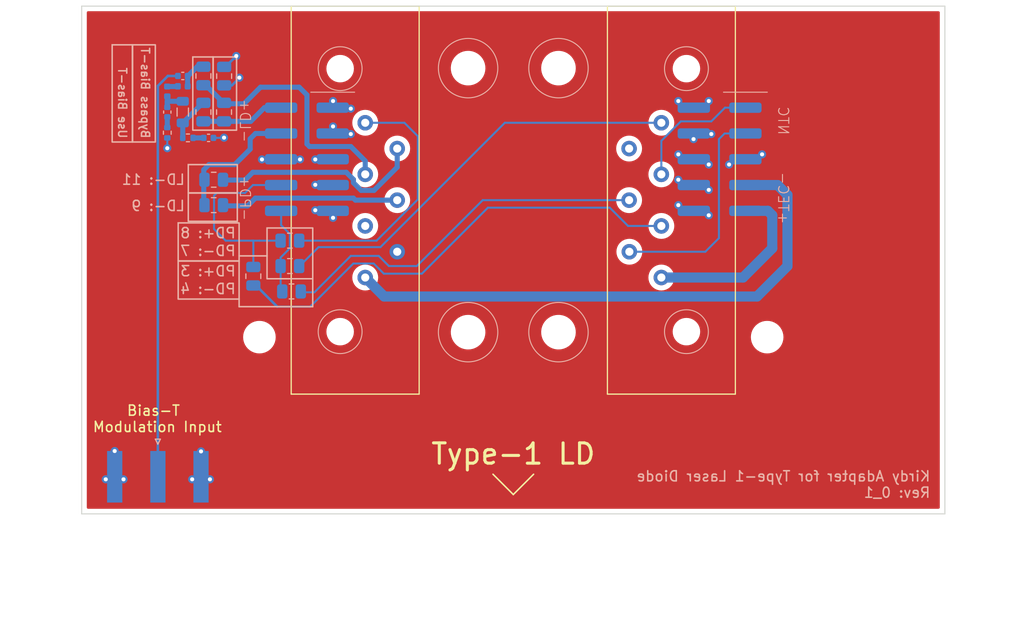
<source format=kicad_pcb>
(kicad_pcb (version 20221018) (generator pcbnew)

  (general
    (thickness 1.6)
  )

  (paper "A4")
  (layers
    (0 "F.Cu" signal)
    (31 "B.Cu" signal)
    (32 "B.Adhes" user "B.Adhesive")
    (33 "F.Adhes" user "F.Adhesive")
    (34 "B.Paste" user)
    (35 "F.Paste" user)
    (36 "B.SilkS" user "B.Silkscreen")
    (37 "F.SilkS" user "F.Silkscreen")
    (38 "B.Mask" user)
    (39 "F.Mask" user)
    (40 "Dwgs.User" user "User.Drawings")
    (41 "Cmts.User" user "User.Comments")
    (42 "Eco1.User" user "User.Eco1")
    (43 "Eco2.User" user "User.Eco2")
    (44 "Edge.Cuts" user)
    (45 "Margin" user)
    (46 "B.CrtYd" user "B.Courtyard")
    (47 "F.CrtYd" user "F.Courtyard")
    (48 "B.Fab" user)
    (49 "F.Fab" user)
    (50 "User.1" user)
    (51 "User.2" user)
    (52 "User.3" user)
    (53 "User.4" user)
    (54 "User.5" user)
    (55 "User.6" user)
    (56 "User.7" user)
    (57 "User.8" user)
    (58 "User.9" user)
  )

  (setup
    (stackup
      (layer "F.SilkS" (type "Top Silk Screen"))
      (layer "F.Paste" (type "Top Solder Paste"))
      (layer "F.Mask" (type "Top Solder Mask") (thickness 0.01))
      (layer "F.Cu" (type "copper") (thickness 0.035))
      (layer "dielectric 1" (type "core") (thickness 1.51) (material "FR4") (epsilon_r 4.5) (loss_tangent 0.02))
      (layer "B.Cu" (type "copper") (thickness 0.035))
      (layer "B.Mask" (type "Bottom Solder Mask") (thickness 0.01))
      (layer "B.Paste" (type "Bottom Solder Paste"))
      (layer "B.SilkS" (type "Bottom Silk Screen"))
      (copper_finish "None")
      (dielectric_constraints no)
    )
    (pad_to_mask_clearance 0)
    (pcbplotparams
      (layerselection 0x00010fc_ffffffff)
      (plot_on_all_layers_selection 0x0000000_00000000)
      (disableapertmacros false)
      (usegerberextensions true)
      (usegerberattributes true)
      (usegerberadvancedattributes true)
      (creategerberjobfile false)
      (dashed_line_dash_ratio 12.000000)
      (dashed_line_gap_ratio 3.000000)
      (svgprecision 6)
      (plotframeref false)
      (viasonmask false)
      (mode 1)
      (useauxorigin false)
      (hpglpennumber 1)
      (hpglpenspeed 20)
      (hpglpendiameter 15.000000)
      (dxfpolygonmode true)
      (dxfimperialunits true)
      (dxfusepcbnewfont true)
      (psnegative false)
      (psa4output false)
      (plotreference false)
      (plotvalue false)
      (plotinvisibletext false)
      (sketchpadsonfab false)
      (subtractmaskfromsilk true)
      (outputformat 1)
      (mirror false)
      (drillshape 0)
      (scaleselection 1)
      (outputdirectory "gerber/")
    )
  )

  (net 0 "")
  (net 1 "GND")
  (net 2 "Net-(J3-PD+)")
  (net 3 "Net-(J3-PD-)")
  (net 4 "/TEC+")
  (net 5 "/NTC+")
  (net 6 "unconnected-(J3-NC-Pad6)")
  (net 7 "Net-(J3-PD-*)")
  (net 8 "/NTC-")
  (net 9 "Net-(J3-PD+*)")
  (net 10 "Net-(J3-LD-*)")
  (net 11 "Net-(J3-LD-)")
  (net 12 "/LD+")
  (net 13 "unconnected-(J3-NC-Pad12)")
  (net 14 "/TEC-")
  (net 15 "/PD-")
  (net 16 "/PD+")
  (net 17 "/LD-")
  (net 18 "Net-(C2-Pad1)")
  (net 19 "/Mod_IN")
  (net 20 "/kirdy_LD+")
  (net 21 "Net-(C2-Pad2)")
  (net 22 "Net-(C5-Pad1)")
  (net 23 "Net-(L2-Pad2)")
  (net 24 "Net-(L3-Pad1)")
  (net 25 "Net-(C3-Pad1)")

  (footprint "laserSocket:Butterfly_Socket" (layer "F.Cu") (at 0 4.01 180))

  (footprint "MountingHole:MountingHole_2.7mm_M2.5" (layer "F.Cu") (at -25 17.5))

  (footprint "MountingHole:MountingHole_2.7mm_M2.5" (layer "F.Cu") (at 25 17.5))

  (footprint "Inductor_SMD:L_0402_1005Metric" (layer "B.Cu") (at -32.548 -7.2025 180))

  (footprint "Capacitor_SMD:C_0402_1005Metric" (layer "B.Cu") (at -34.072 -4.6625 -90))

  (footprint "Resistor_SMD:R_0805_2012Metric" (layer "B.Cu") (at -25.6 11.5 -90))

  (footprint "Inductor_SMD:L_0402_1005Metric" (layer "B.Cu") (at -34.072 -6.6945 -90))

  (footprint "Resistor_SMD:R_0805_2012Metric" (layer "B.Cu") (at -28.4734 -8.2042 -90))

  (footprint "Resistor_SMD:R_0805_2012Metric" (layer "B.Cu") (at -30.516 -8.2185 90))

  (footprint "Inductor_SMD:L_0805_2012Metric" (layer "B.Cu") (at -32.548 -4.6625 -90))

  (footprint "laserSocket:BG120-10-A-0-N-D" (layer "B.Cu") (at -20.3222 -0.0168 180))

  (footprint "laserSocket:BG120-10-A-0-N-D" (layer "B.Cu") (at 20.3178 -0.0168 180))

  (footprint "Resistor_SMD:R_0805_2012Metric" (layer "B.Cu") (at -29.5 4.5 180))

  (footprint "Resistor_SMD:R_0805_2012Metric" (layer "B.Cu") (at -22 8 180))

  (footprint "Resistor_SMD:R_0805_2012Metric" (layer "B.Cu") (at -29.5 2 180))

  (footprint "Capacitor_SMD:C_0402_1005Metric" (layer "B.Cu") (at -30.008 -2.1225))

  (footprint "Resistor_SMD:R_0805_2012Metric" (layer "B.Cu") (at -28.484 -4.6625 90))

  (footprint "Capacitor_SMD:C_0402_1005Metric" (layer "B.Cu") (at -32.548 -8.2185 180))

  (footprint "Connector_Coaxial:SMA_Amphenol_132289_EdgeMount" (layer "B.Cu") (at -35 31.25 -90))

  (footprint "Resistor_SMD:R_0402_1005Metric" (layer "B.Cu") (at -32.04 -2.1225))

  (footprint "Resistor_SMD:R_0402_1005Metric" (layer "B.Cu") (at -34.072 -2.6305 -90))

  (footprint "Resistor_SMD:R_0805_2012Metric" (layer "B.Cu") (at -22 10.5))

  (footprint "laserSocket:kirdy_socket" (layer "B.Cu") (at 0 0 180))

  (footprint "Resistor_SMD:R_0805_2012Metric" (layer "B.Cu") (at -21.8375 13))

  (footprint "Resistor_SMD:R_0805_2012Metric" (layer "B.Cu") (at -30.516 -4.6625 90))

  (gr_rect (start -37.5 -11.284) (end -35.25 -1.716)
    (stroke (width 0.15) (type default)) (fill none) (layer "B.SilkS") (tstamp 0ef91e2f-7d07-4eb4-8ed0-10c7fb144d6c))
  (gr_line (start -27 13.75) (end -27 14.5)
    (stroke (width 0.15) (type default)) (layer "B.SilkS") (tstamp 36d88f3e-2839-486f-900e-a0ab6901526d))
  (gr_rect (start -29.56 -10.0905) (end -27.25 -2.8821)
    (stroke (width 0.15) (type default)) (fill none) (layer "B.SilkS") (tstamp 402191f3-283b-481e-bedb-01fc3ef01cd4))
  (gr_line (start -27 9.5) (end -24.25 9.5)
    (stroke (width 0.15) (type default)) (layer "B.SilkS") (tstamp 44583d53-d6c5-4174-8bff-3682643b44b8))
  (gr_rect (start -33 10) (end -27 13.75)
    (stroke (width 0.15) (type default)) (fill none) (layer "B.SilkS") (tstamp 6005dff1-e18b-4fe2-9f3e-fdee4cc62578))
  (gr_rect (start -31.56 -10.0905) (end -29.56 -2.8821)
    (stroke (width 0.15) (type default)) (fill none) (layer "B.SilkS") (tstamp 6423e819-464c-4123-ac7f-ee0cef68da73))
  (gr_rect (start -24.25 6.75) (end -19.75 11.75)
    (stroke (width 0.15) (type default)) (fill none) (layer "B.SilkS") (tstamp 6de74a38-d69e-4e3b-9f19-9e5a6811e6db))
  (gr_rect (start -39.5 -11.284) (end -37.5 -1.716)
    (stroke (width 0.15) (type default)) (fill none) (layer "B.SilkS") (tstamp 8c2746d8-2581-4ca0-9193-3277a8e9a52e))
  (gr_line (start -19.75 11.75) (end -19.75 14.5)
    (stroke (width 0.15) (type default)) (layer "B.SilkS") (tstamp a32a1bfb-022c-4f63-aef9-9c0a658a4a82))
  (gr_rect (start -33 6.25) (end -27 10)
    (stroke (width 0.15) (type default)) (fill none) (layer "B.SilkS") (tstamp b5d9a385-3387-4a69-b362-da3a4fd6da62))
  (gr_rect (start -32.004 3.302) (end -27.178 6.096)
    (stroke (width 0.15) (type default)) (fill none) (layer "B.SilkS") (tstamp bd965ae7-57d4-477b-8862-5015b280e30a))
  (gr_line (start -27 14.5) (end -19.75 14.5)
    (stroke (width 0.15) (type default)) (layer "B.SilkS") (tstamp df2a32a5-0c76-4fdf-a1f1-d46f8f620326))
  (gr_rect (start -32.004 0.508) (end -27.178 3.302)
    (stroke (width 0.15) (type default)) (fill none) (layer "B.SilkS") (tstamp eb9d25d7-13e5-4f42-8abe-fe49d17497de))
  (gr_line (start 0 33) (end -2 31)
    (stroke (width 0.15) (type default)) (layer "F.SilkS") (tstamp 874923f9-a9f7-4958-996b-11a977ff4bfa))
  (gr_line (start 0 33) (end 2 31)
    (stroke (width 0.15) (type default)) (layer "F.SilkS") (tstamp ae60edff-7e7c-448e-b414-0dd5435511fc))
  (gr_line (start -42.5 34.9032) (end 42.5 34.9032)
    (stroke (width 0.1) (type default)) (layer "Edge.Cuts") (tstamp 5fc11ccb-206c-4a11-8cb3-f05fdf2365ed))
  (gr_line (start 42.5 -15.0968) (end -42.5 -15.0968)
    (stroke (width 0.1) (type default)) (layer "Edge.Cuts") (tstamp 96bb3b61-a8bd-4e6d-8c1c-2a91283c5af6))
  (gr_line (start -42.5 -15.0968) (end -42.5 34.9032)
    (stroke (width 0.1) (type default)) (layer "Edge.Cuts") (tstamp b269c852-4cfb-4fde-86c0-83d58bd7102b))
  (gr_line (start 42.5 34.9032) (end 42.5 -15.0968)
    (stroke (width 0.1) (type default)) (layer "Edge.Cuts") (tstamp b654c7e3-761e-4a6b-b332-c1b14e723831))
  (gr_text "PD+: 8" (at -27.25 7.25) (layer "B.SilkS") (tstamp 04c864d3-b770-478b-b591-c2f859564f89)
    (effects (font (size 1 1) (thickness 0.15)) (justify left mirror))
  )
  (gr_text "Bypass Bias-T" (at -36.25 -2 270) (layer "B.SilkS") (tstamp 0ad38507-6748-4bd5-90e6-04e1281b8513)
    (effects (font (size 0.8 0.8) (thickness 0.15)) (justify left mirror))
  )
  (gr_text "PD-: 4" (at -27.25 12.75) (layer "B.SilkS") (tstamp 1ede9fb9-2b80-4a70-95e6-8b1106e7b917)
    (effects (font (size 1 1) (thickness 0.15)) (justify left mirror))
  )
  (gr_text "Use Bias-T" (at -38.5 -2 270) (layer "B.SilkS") (tstamp 27273078-f90b-42d9-aa8d-6b3b1a0d97c4)
    (effects (font (size 0.8 0.8) (thickness 0.15)) (justify left mirror))
  )
  (gr_text "LD-: 9" (at -32.258 4.572) (layer "B.SilkS") (tstamp 4cc0ef08-f92c-4c13-bdf4-4ed9b0d668f1)
    (effects (font (size 1 1) (thickness 0.15)) (justify left mirror))
  )
  (gr_text "PD+: 3" (at -27.25 11) (layer "B.SilkS") (tstamp c5025ffb-4132-40ad-9ba2-5a426d255675)
    (effects (font (size 1 1) (thickness 0.15)) (justify left mirror))
  )
  (gr_text "Kirdy Adapter for Type-1 Laser Diode \nRev: 0_1" (at 41.148 32.004) (layer "B.SilkS") (tstamp d9185641-8167-4841-b540-088303848472)
    (effects (font (size 1 1) (thickness 0.15)) (justify left mirror))
  )
  (gr_text "PD-: 7" (at -27.25 9) (layer "B.SilkS") (tstamp e9305944-d283-4481-a373-483045d7de6d)
    (effects (font (size 1 1) (thickness 0.15)) (justify left mirror))
  )
  (gr_text "LD-: 11" (at -32.258 1.988) (layer "B.SilkS") (tstamp f8a1f124-6566-4a42-92b0-87395200e1f8)
    (effects (font (size 1 1) (thickness 0.15)) (justify left mirror))
  )
  (gr_text "Type-1 LD" (at 0 29) (layer "F.SilkS") (tstamp 6b833559-6474-4221-aa6a-78219e45b6af)
    (effects (font (size 2 2) (thickness 0.3)))
  )
  (gr_text "Bias-T \nModulation Input" (at -35.052 26.924) (layer "F.SilkS") (tstamp be63c161-af45-409b-ab6a-4332d46cf0d0)
    (effects (font (size 1 1) (thickness 0.15)) (justify bottom))
  )

  (via (at 17.75 -2) (size 0.8) (drill 0.4) (layers "F.Cu" "B.Cu") (free) (net 1) (tstamp 03699215-d9e6-4e60-a9f9-de9a96704cb6))
  (via (at -19.5 2.5) (size 0.8) (drill 0.4) (layers "F.Cu" "B.Cu") (free) (net 1) (tstamp 0b2eca09-aa36-4861-baa6-3f0fe3836af6))
  (via (at -31.623 31.5) (size 0.8) (drill 0.4) (layers "F.Cu" "B.Cu") (free) (net 1) (tstamp 0d5de957-141c-4c66-a0e2-2667c266206a))
  (via (at -26.9748 -8.0518) (size 0.8) (drill 0.4) (layers "F.Cu" "B.Cu") (net 1) (tstamp 0f74739e-893d-400f-9548-25fe3ac50c6f))
  (via (at -39.2544 28.7148) (size 0.8) (drill 0.4) (layers "F.Cu" "B.Cu") (free) (net 1) (tstamp 1ed39148-0660-421e-b30e-3f98525068e4))
  (via (at -21 0) (size 0.8) (drill 0.4) (layers "F.Cu" "B.Cu") (free) (net 1) (tstamp 2764a420-7efd-4e83-9e69-c5b646aa7852))
  (via (at -38.382 31.5) (size 0.8) (drill 0.4) (layers "F.Cu" "B.Cu") (net 1) (tstamp 2be0de4a-daf2-4511-acf9-aef04b5f2530))
  (via (at -17.75 5.75) (size 0.8) (drill 0.4) (layers "F.Cu" "B.Cu") (free) (net 1) (tstamp 33b09336-e996-4ca9-9737-76fa5acb1c51))
  (via (at -17.75 -5.75) (size 0.8) (drill 0.4) (layers "F.Cu" "B.Cu") (free) (net 1) (tstamp 33bf4d26-ad6a-4490-aca3-57d653bf34ed))
  (via (at -27.2796 -10.1854) (size 0.8) (drill 0.4) (layers "F.Cu" "B.Cu") (net 1) (tstamp 33d1d2fd-7e74-4963-b449-72f428a3b648))
  (via (at -19.5 5) (size 0.8) (drill 0.4) (layers "F.Cu" "B.Cu") (free) (net 1) (tstamp 3cdaf648-0f31-4b8e-bd76-b2e4c6c22afc))
  (via (at -28.484 -2.142661) (size 0.8) (drill 0.4) (layers "F.Cu" "B.Cu") (net 1) (tstamp 3d74e0c4-09a3-4fb3-8e33-435d3c13cf75))
  (via (at 21.25 0.5) (size 0.8) (drill 0.4) (layers "F.Cu" "B.Cu") (free) (net 1) (tstamp 53407438-84af-47e1-8d97-b221bab59b19))
  (via (at 19.25 5.5) (size 0.8) (drill 0.4) (layers "F.Cu" "B.Cu") (net 1) (tstamp 56e78550-dcf0-4cb6-be7f-b67904591851))
  (via (at 19.25 -5.75) (size 0.8) (drill 0.4) (layers "F.Cu" "B.Cu") (free) (net 1) (tstamp 5a360d84-87a6-46f1-8434-9d6246708bf8))
  (via (at -17.75 -3.25) (size 0.8) (drill 0.4) (layers "F.Cu" "B.Cu") (free) (net 1) (tstamp 601dd227-b49c-4ef5-87f7-e9f69b211c10))
  (via (at -30.75 28.75) (size 0.8) (drill 0.4) (layers "F.Cu" "B.Cu") (free) (net 1) (tstamp 6543018a-f1d7-4b4a-b2e5-724b759fb6b2))
  (via (at -16 -5) (size 0.8) (drill 0.4) (layers "F.Cu" "B.Cu") (free) (net 1) (tstamp 77b45021-f474-48ab-bcf1-a3b178bc2e5b))
  (via (at 16.25 4.5) (size 0.8) (drill 0.4) (layers "F.Cu" "B.Cu") (free) (net 1) (tstamp 79b90c18-baad-48ed-acf2-90804b7332f0))
  (via (at 16.25 -5.75) (size 0.8) (drill 0.4) (layers "F.Cu" "B.Cu") (free) (net 1) (tstamp 81560055-be18-4e0a-bc88-877c8aaff762))
  (via (at 19.25 0.5) (size 0.8) (drill 0.4) (layers "F.Cu" "B.Cu") (free) (net 1) (tstamp 8a5f89b8-ed9e-4d41-b280-03a9338e88b9))
  (via (at -24.75 0) (size 0.8) (drill 0.4) (layers "F.Cu" "B.Cu") (free) (net 1) (tstamp 8bd631d8-b797-456a-881b-fb9ad4912ca4))
  (via (at -29.873 31.5) (size 0.8) (drill 0.4) (layers "F.Cu" "B.Cu") (free) (net 1) (tstamp 8f7525ef-2afd-4969-bdef-83d94a83c98c))
  (via (at -16 -2.5) (size 0.8) (drill 0.4) (layers "F.Cu" "B.Cu") (free) (net 1) (tstamp 980cfb86-ef2c-4d30-872a-9d1cbce3f20e))
  (via (at -34.072 -1.1065) (size 0.8) (drill 0.4) (layers "F.Cu" "B.Cu") (net 1) (tstamp a3671325-a6c9-4ab4-8cc1-e422479cd881))
  (via (at 24.5 -0.5) (size 0.8) (drill 0.4) (layers "F.Cu" "B.Cu") (free) (net 1) (tstamp a5adb0c1-ff27-4752-acd3-4f4b2e54f616))
  (via (at 19.25 3) (size 0.8) (drill 0.4) (layers "F.Cu" "B.Cu") (free) (net 1) (tstamp c296e3ac-c4c1-4dfb-badc-926bd32271fe))
  (via (at 16.25 2) (size 0.8) (drill 0.4) (layers "F.Cu" "B.Cu") (free) (net 1) (tstamp d944822a-6a3d-4409-a9a9-7639e1ec73b6))
  (via (at -40.132 31.5) (size 0.8) (drill 0.4) (layers "F.Cu" "B.Cu") (net 1) (tstamp e0636d8f-0a6d-409d-aecc-45d20973e0bc))
  (via (at 19.5 -2.5) (size 0.8) (drill 0.4) (layers "F.Cu" "B.Cu") (free) (net 1) (tstamp e7c9e2a0-03c2-4403-a11e-ddd029b4b0fa))
  (via (at -19.5 0) (size 0.8) (drill 0.4) (layers "F.Cu" "B.Cu") (free) (net 1) (tstamp edd50e90-d3f7-47e1-bf51-8b4b0c214044))
  (via (at 16.25 -0.5) (size 0.8) (drill 0.4) (layers "F.Cu" "B.Cu") (free) (net 1) (tstamp efab3947-804f-4f87-9015-062a91df998e))
  (segment (start -28.504161 -2.1225) (end -28.484 -2.142661) (width 0.2) (layer "B.Cu") (net 1) (tstamp 1185d496-bd96-4f6b-966f-c071c79a9a4b))
  (segment (start -28.3483 -9.1167) (end -28.4734 -9.1167) (width 0.25) (layer "B.Cu") (net 1) (tstamp 1246a884-f207-4e62-b05a-3306be4cdab7))
  (segment (start -27.2796 -10.1854) (end -28.3483 -9.1167) (width 0.25) (layer "B.Cu") (net 1) (tstamp 226f5082-a672-404b-96f7-62849d329ad5))
  (segment (start -29.528 -2.1225) (end -28.504161 -2.1225) (width 0.2) (layer "B.Cu") (net 1) (tstamp 5aa0575f-8397-44a7-a076-3ade00978a5c))
  (segment (start -26.9494 -8.0518) (end -26.9494 -8.0518) (width 0.25) (layer "B.Cu") (net 1) (tstamp 7ac96dba-72f4-41f6-bbdb-470167680459))
  (segment (start -28.4734 -7.2917) (end -27.7095 -7.2917) (width 0.25) (layer "B.Cu") (net 1) (tstamp afd32dfe-9c40-47bf-9814-0f9ee9f30e50))
  (segment (start -34.072 -2.1205) (end -34.072 -1.1065) (width 0.2) (layer "B.Cu") (net 1) (tstamp ba9ac4cf-5e2f-48e7-b269-d01cc29c0bac))
  (segment (start -27.7095 -7.2917) (end -26.9748 -8.0264) (width 0.25) (layer "B.Cu") (net 1) (tstamp da69660f-82c1-405c-8751-8d9a735a1376))
  (segment (start -26.9748 -8.0264) (end -26.9748 -8.0518) (width 0.25) (layer "B.Cu") (net 1) (tstamp ec787728-5052-4d4e-aaa9-9253beae811f))
  (segment (start -26.9748 -8.0518) (end -26.9494 -8.0518) (width 0.25) (layer "B.Cu") (net 1) (tstamp ff29ee33-517f-42f8-98ba-5d0ea65b2122))
  (segment (start -9 11.25) (end -12.75 11.25) (width 0.2) (layer "B.Cu") (net 2) (tstamp 08c4cefb-91b4-4330-81f0-f398c921732a))
  (segment (start -25.0875 12.6625) (end -25.25 12.6625) (width 0.2) (layer "B.Cu") (net 2) (tstamp 2c98d0bd-cf4b-4e86-9068-ba4f75b8e5d5))
  (segment (start -25.3375 12.4125) (end -23.25 14.5) (width 0.25) (layer "B.Cu") (net 2) (tstamp 52357b59-5814-4b83-be5a-792d789e2f7f))
  (segment (start -20 14.5) (end -23.25 14.5) (width 0.2) (layer "B.Cu") (net 2) (tstamp 566fef68-448a-4baf-9a35-c328b04f3b28))
  (segment (start 9.5 4.75) (end -2.5 4.75) (width 0.2) (layer "B.Cu") (net 2) (tstamp 5751d418-0b7e-4c5b-8171-e182dd5ae104))
  (segment (start -25.5 12.5065) (end -25.5 12.594) (width 0.2) (layer "B.Cu") (net 2) (tstamp 763f2505-3c1f-4563-b5e2-e8fe2c47f7e0))
  (segment (start -12.75 11.25) (end -13.75 10.25) (width 0.2) (layer "B.Cu") (net 2) (tstamp 7ae6ec98-db55-458d-b634-d22089512c74))
  (segment (start -13.75 10.25) (end -15.75 10.25) (width 0.2) (layer "B.Cu") (net 2) (tstamp 7b8201fd-891c-46f3-a9a7-c8cefab141a3))
  (segment (start 11.3 6.55) (end 9.5 4.75) (width 0.2) (layer "B.Cu") (net 2) (tstamp 813a6651-b7ee-4822-9cdc-7fe70c8b956d))
  (segment (start -15.75 10.25) (end -20 14.5) (width 0.2) (layer "B.Cu") (net 2) (tstamp 8a4b2ff8-6fe1-48f4-8a4e-4c2058e8065b))
  (segment (start -2.5 4.75) (end -9 11.25) (width 0.2) (layer "B.Cu") (net 2) (tstamp 997089eb-d787-4aa9-ad83-bc0d0c278480))
  (segment (start -25.6 12.4125) (end -25.3375 12.4125) (width 0.25) (layer "B.Cu") (net 2) (tstamp ec3f4537-da08-4380-9fb7-7f2564b2dbd6))
  (segment (start 14.58 6.55) (end 11.3 6.55) (width 0.2) (layer "B.Cu") (net 2) (tstamp fd2e1509-b7e5-4dc9-8487-4e0d59ecf7f5))
  (segment (start -3.01 4.01) (end 11.405 4.01) (width 0.2) (layer "B.Cu") (net 3) (tstamp 16407b2a-2d20-4147-99cc-d4d8c2a148b2))
  (segment (start -21.0875 13.081) (end -19.581 13.081) (width 0.2) (layer "B.Cu") (net 3) (tstamp 63303145-6aba-4b4a-ae0f-4c0b988b7823))
  (segment (start -9.5 10.5) (end -3.01 4.01) (width 0.2) (layer "B.Cu") (net 3) (tstamp 806389c8-0071-4083-a75f-b212aac21120))
  (segment (start -13.25 9.5) (end -12.25 10.5) (width 0.2) (layer "B.Cu") (net 3) (tstamp c7e8305d-6eb8-4bba-88f4-470a14a2f0ca))
  (segment (start -12.25 10.5) (end -9.5 10.5) (width 0.2) (layer "B.Cu") (net 3) (tstamp c7f47e19-0989-4b0d-ac7c-5b6db7e697e9))
  (segment (start -16 9.5) (end -13.25 9.5) (width 0.2) (layer "B.Cu") (net 3) (tstamp e8229bfe-6a7e-4e98-bc20-f4a38ed72708))
  (segment (start -19.581 13.081) (end -16 9.5) (width 0.2) (layer "B.Cu") (net 3) (tstamp f3be02d1-ac8c-4430-abdf-bc71651d155f))
  (segment (start 25.0632 5.0632) (end 25.5 5.5) (width 1) (layer "B.Cu") (net 4) (tstamp 2c289a11-8243-406d-bb20-fcfcf7149e80))
  (segment (start 22.8578 5.0632) (end 25.0632 5.0632) (width 1) (layer "B.Cu") (net 4) (tstamp 37c6aac5-79e4-4a3e-b4f1-c2427c26ac5a))
  (segment (start 25.5 5.5) (end 25.5 8.75) (width 1) (layer "B.Cu") (net 4) (tstamp 5baa5dd5-50f6-4200-a644-442cd1b53611))
  (segment (start 25.5 8.75) (end 22.62 11.63) (width 1) (layer "B.Cu") (net 4) (tstamp b2ec8ebd-cff9-401f-9fe3-75e421376ee1))
  (segment (start 22.62 11.63) (end 14.58 11.63) (width 1) (layer "B.Cu") (net 4) (tstamp d80c9e95-0fae-4b02-b807-d56a3ef41b6e))
  (segment (start 18.91 9.09) (end 20.25 7.75) (width 0.2) (layer "B.Cu") (net 5) (tstamp 11ec8c4b-5d81-422a-879c-0c37c07d52e3))
  (segment (start 20.8068 -2.5568) (end 22.8578 -2.5568) (width 0.2) (layer "B.Cu") (net 5) (tstamp 6c923089-3cf8-40b1-838d-a5964a03acf5))
  (segment (start 20.25 7.75) (end 20.25 -2) (width 0.2) (layer "B.Cu") (net 5) (tstamp aedf65df-28a9-4c7b-b9a0-7e313ca27df9))
  (segment (start 20.25 -2) (end 20.8068 -2.5568) (width 0.2) (layer "B.Cu") (net 5) (tstamp d03c26a1-51a1-43d8-afa4-618f503c85fc))
  (segment (start 11.43 9.09) (end 18.91 9.09) (width 0.2) (layer "B.Cu") (net 5) (tstamp e70df918-9ad2-41ee-ae1e-5ec9e14e48a1))
  (segment (start -21.082 10.541) (end -19.177 8.636) (width 0.2) (layer "B.Cu") (net 7) (tstamp 67a37c86-0ce2-4f18-82ef-29e33cb4893a))
  (segment (start -0.835 -3.61) (end 14.58 -3.61) (width 0.2) (layer "B.Cu") (net 7) (tstamp 68949b57-3603-4785-988c-e48d5fe0c871))
  (segment (start -19.177 8.636) (end -13.081 8.636) (width 0.2) (layer "B.Cu") (net 7) (tstamp 6c01a7ae-990e-4622-9ed6-f19d1b4957a0))
  (segment (start -13.081 8.636) (end -0.835 -3.61) (width 0.2) (layer "B.Cu") (net 7) (tstamp a0db81ef-7707-4fdb-9af0-36529a2a197a))
  (segment (start 20.8468 -5.0968) (end 22.8578 -5.0968) (width 0.2) (layer "B.Cu") (net 8) (tstamp 0a490ef6-c6fa-4c5a-99a1-ec1ef6f55d87))
  (segment (start 16.5 -3.75) (end 19.5 -3.75) (width 0.2) (layer "B.Cu") (net 8) (tstamp 52033a83-1265-4254-8b88-f191b17eb489))
  (segment (start 14.58 1.47) (end 14.58 -1.83) (width 0.2) (layer "B.Cu") (net 8) (tstamp 7f0ef567-c41f-400a-88fc-ba75ca5cfee8))
  (segment (start 14.58 -1.83) (end 16.5 -3.75) (width 0.2) (layer "B.Cu") (net 8) (tstamp a51f7aaa-2457-4e4c-9afc-d321940a085d))
  (segment (start 19.5 -3.75) (end 20.8468 -5.0968) (width 0.2) (layer "B.Cu") (net 8) (tstamp b16b1d29-5c92-4d38-ab85-1c449cf10b93))
  (segment (start -13.462 8.001) (end -9.398 3.937) (width 0.2) (layer "B.Cu") (net 9) (tstamp 043a6443-123a-429d-923f-563bd9372840))
  (segment (start -9.398 -2.286) (end -10.722 -3.61) (width 0.2) (layer "B.Cu") (net 9) (tstamp 3a298be2-e5b2-4207-ba6e-f9c068a9b79a))
  (segment (start -21.082 8.001) (end -13.462 8.001) (width 0.2) (layer "B.Cu") (net 9) (tstamp 472b47f3-1572-4192-8c68-27950db2b607))
  (segment (start -9.398 3.937) (end -9.398 -2.286) (width 0.2) (layer "B.Cu") (net 9) (tstamp b621c935-965a-43f1-bf5f-b080dfc0e4e7))
  (segment (start -10.722 -3.61) (end -14.58 -3.61) (width 0.2) (layer "B.Cu") (net 9) (tstamp e47030e7-3280-4207-b920-cfe72269dc2c))
  (segment (start -16.445879 1.27) (end -15.7397 1.976179) (width 0.5) (layer "B.Cu") (net 10) (tstamp 29b986be-91c2-455d-a6f2-0d90dcaf30b9))
  (segment (start -25.654 1.27) (end -26.416 2.032) (width 0.5) (layer "B.Cu") (net 10) (tstamp 39e0e3a0-7188-49dc-b0d1-a27b98f0a70e))
  (segment (start -16.445879 1.27) (end -25.654 1.27) (width 0.5) (layer "B.Cu") (net 10) (tstamp 4223bb05-38fc-42f5-b13e-15a26d44bbbc))
  (segment (start -11.43 0.762) (end -11.43 -1.07) (width 0.5) (layer "B.Cu") (net 10) (tstamp 606018e9-6da7-4e1c-a02e-2a5c3d588a46))
  (segment (start -26.416 2.032) (end -28.655 2.032) (width 0.5) (layer "B.Cu") (net 10) (tstamp 86111a1b-9f51-4ba0-8b9d-7474770e9244))
  (segment (start -15.7397 2.2943) (end -14.986 3.048) (width 0.5) (layer "B.Cu") (net 10) (tstamp 9f6a55d5-301b-4cc9-91a6-adf7e0bab038))
  (segment (start -13.716 3.048) (end -11.43 0.762) (width 0.5) (layer "B.Cu") (net 10) (tstamp c90da769-cbfb-4e24-b3dc-ab4729e2e5b8))
  (segment (start -14.986 3.048) (end -13.716 3.048) (width 0.5) (layer "B.Cu") (net 10) (tstamp d9ecd0a1-e33d-47d8-8f61-e9a0819b6413))
  (segment (start -15.7397 1.976179) (end -15.7397 2.2943) (width 0.5) (layer "B.Cu") (net 10) (tstamp fe56a3d4-88eb-481f-9137-24f4fdde2f30))
  (segment (start -26.162 4.572) (end -28.655 4.572) (width 0.5) (layer "B.Cu") (net 11) (tstamp 5295bfff-fd4e-4709-8827-781facadfda3))
  (segment (start -11.43 4.01) (end -15.548 4.01) (width 0.5) (layer "B.Cu") (net 11) (tstamp 6bb4b8b0-f449-4353-a986-3c5d93b6b2aa))
  (segment (start -25.4 3.81) (end -26.162 4.572) (width 0.5) (layer "B.Cu") (net 11) (tstamp 7119acc3-351e-49db-a04b-ceea93df9456))
  (segment (start -15.748 3.81) (end -25.4 3.81) (width 0.5) (layer "B.Cu") (net 11) (tstamp c877d2d2-89ec-4315-b9d3-12115ea27b3d))
  (segment (start -15.548 4.01) (end -15.748 3.81) (width 0.5) (layer "B.Cu") (net 11) (tstamp e32d3046-56f3-4cf8-a725-37fa5ad5f0c9))
  (segment (start -20.066 -1.27) (end -16.002 -1.27) (width 0.5) (layer "B.Cu") (net 12) (tstamp 1db692db-a546-4187-9f73-b1ea1fe9ec51))
  (segment (start -28.5445 -5.575) (end -28.484 -5.575) (width 0.5) (layer "B.Cu") (net 12) (tstamp 2b2efa51-2f97-4496-873d-3a2430c7762f))
  (segment (start -28.3935 -5.4845) (end -28.484 -5.575) (width 0.5) (layer "B.Cu") (net 12) (tstamp 3e65459b-7550-465f-9f93-e9a1238f485d))
  (segment (start -16.002 -1.27) (end -14.58 0.152) (width 0.5) (layer "B.Cu") (net 12) (tstamp 611e29a1-eb8f-434f-b394-ee99bc57f55b))
  (segment (start -30.2755 -7.306) (end -28.5445 -5.575) (width 0.5) (layer "B.Cu") (net 12) (tstamp 77615496-2735-4d6e-b207-95e7e82d8e5d))
  (segment (start -21.082 -7.112) (end -20.32 -6.35) (width 0.5) (layer "B.Cu") (net 12) (tstamp 83023c80-1c42-4ce7-b13d-4bcccc68ecfa))
  (segment (start -26.5195 -5.4845) (end -24.892 -7.112) (width 0.5) (layer "B.Cu") (net 12) (tstamp 88f25c5a-7d94-4673-9206-6c7f8405c30f))
  (segment (start -20.32 -1.524) (end -20.066 -1.27) (width 0.5) (layer "B.Cu") (net 12) (tstamp 952005aa-caa1-4b73-a66f-e91732d54cea))
  (segment (start -20.32 -6.35) (end -20.32 -1.524) (width 0.5) (layer "B.Cu") (net 12) (tstamp 96cbe697-40be-4fa0-99a6-c9b093c16d8b))
  (segment (start -24.892 -7.112) (end -21.082 -7.112) (width 0.5) (layer "B.Cu") (net 12) (tstamp ab89cabd-ca51-40fe-9218-895eed797073))
  (segment (start -26.5195 -5.4845) (end -28.3935 -5.4845) (width 0.5) (layer "B.Cu") (net 12) (tstamp ce85caec-3bf1-44b8-9ec4-24f42ab34bb6))
  (segment (start -14.58 0.152) (end -14.58 1.47) (width 0.5) (layer "B.Cu") (net 12) (tstamp d0a1e52d-0cea-47e3-8740-ac03ef72d8d0))
  (segment (start -28.484 -5.575) (end -28.0795 -5.575) (width 0.5) (layer "B.Cu") (net 12) (tstamp fc10c875-f9e4-4819-ada8-14c7f307b0c4))
  (segment (start -30.516 -7.306) (end -30.2755 -7.306) (width 0.5) (layer "B.Cu") (net 12) (tstamp ff733bb8-b87b-4b80-945e-7bb824f164ae))
  (segment (start 26.0232 2.5232) (end 27 3.5) (width 1) (layer "B.Cu") (net 14) (tstamp 1918baf9-bc76-4a2b-b9c3-147ed1990c41))
  (segment (start 27 10.5) (end 24 13.5) (width 1) (layer "B.Cu") (net 14) (tstamp 1df29520-d33a-4fdd-9df4-044685087260))
  (segment (start -12.71 13.5) (end -14.58 11.63) (width 1) (layer "B.Cu") (net 14) (tstamp 3c14a707-7f15-4cc6-9daf-4de0c685ac15))
  (segment (start 27 3.5) (end 27 10.5) (width 1) (layer "B.Cu") (net 14) (tstamp 3f7b7c4a-4902-4883-8134-f28b422aa5c9))
  (segment (start 24 13.5) (end -12.71 13.5) (width 1) (layer "B.Cu") (net 14) (tstamp a775c9ac-41b4-4b78-ae30-e28c8259e84b))
  (segment (start 22.8578 2.5232) (end 26.0232 2.5232) (width 1) (layer "B.Cu") (net 14) (tstamp c0dfc10e-d549-489b-92b9-4edfb1718f1e))
  (segment (start -22.8622 6.4748) (end -22.733 6.604) (width 0.2) (layer "B.Cu") (net 15) (tstamp 0f26bd35-5fcf-487f-ab97-9502776a421e))
  (segment (start -22.0435 7.2935) (end -22 7.337) (width 0.2) (layer "B.Cu") (net 15) (tstamp 20675dc2-d583-4d77-9d62-819026e81784))
  (segment (start -22.733 6.604) (end -22.0435 7.2935) (width 0.2) (layer "B.Cu") (net 15) (tstamp 2a248377-2dd1-4767-b437-d3aae80df00f))
  (segment (start -22.907 9.657) (end -22.907 10.541) (width 0.2) (layer "B.Cu") (net 15) (tstamp 4ca5f0ec-2830-4693-917c-ee8aa961a81a))
  (segment (start -22.8622 5.0632) (end -22.8622 6.4748) (width 0.2) (layer "B.Cu") (net 15) (tstamp 5d6ac588-70f8-4681-b196-d498994ca68e))
  (segment (start -22.907 13.0755) (end -22.9125 13.081) (width 0.2) (layer "B.Cu") (net 15) (tstamp 80cf5f6d-ad78-44cf-8717-1e0ad2c80bfc))
  (segment (start -22.0435 7.2935) (end -21.971 7.366) (width 0.2) (layer "B.Cu") (net 15) (tstamp a3b73849-3d15-4096-a3df-dc7e46689b96))
  (segment (start -22 7.337) (end -22 8.75) (width 0.2) (layer "B.Cu") (net 15) (tstamp bc07e000-9c3b-47e8-978b-79c63e07c303))
  (segment (start -22.907 10.541) (end -22.907 13.0755) (width 0.2) (layer "B.Cu") (net 15) (tstamp d7e1fce1-1ff9-4905-9000-817449fda5f1))
  (segment (start -22 8.75) (end -22.907 9.657) (width 0.2) (layer "B.Cu") (net 15) (tstamp d8768753-98ce-4ac4-a62f-5bcf6b0fddcf))
  (segment (start -25.6 10.5875) (end -25.6 8) (width 0.2) (layer "B.Cu") (net 16) (tstamp 1d17aea5-d6b3-425f-b5aa-7a06e740ce86))
  (segment (start -25 8) (end -24.25 8) (width 0.2) (layer "B.Cu") (net 16) (tstamp 28fba1a9-1abd-4bbc-bfc2-86ad828055f7))
  (segment (start -22.8622 2.5232) (end -22.879 2.54) (width 0.2) (layer "B.Cu") (net 16) (tstamp 2dcc7e35-6df4-48ef-890d-2970baa2e976))
  (segment (start -29.4675 3.5595) (end -29.4675 6.8545) (width 0.2) (layer "B.Cu") (net 16) (tstamp 4f34138c-6e2b-4b76-ada4-ee1fdc7304f0))
  (segment (start -29.4675 6.8545) (end -28.322 8) (width 0.2) (layer "B.Cu") (net 16) (tstamp 527917e7-c117-49d8-863a-318721aecdad))
  (segment (start -29.21 3.302) (end -29.4675 3.5595) (width 0.2) (layer "B.Cu") (net 16) (tstamp 7e4680e2-c134-4664-8f53-b73035c9497b))
  (segment (start -25.6372 2.5232) (end -26.416 3.302) (width 0.2) (layer "B.Cu") (net 16) (tstamp 8a3c7e1e-e7a3-4c85-abdc-d5307758ce9c))
  (segment (start -25.75 8) (end -25.6 8) (width 0.2) (layer "B.Cu") (net 16) (tstamp 8ed483bb-4045-46f7-9ce1-bd2b69816adf))
  (segment (start -22.908 8) (end -22.907 8.001) (width 0.2) (layer "B.Cu") (net 16) (tstamp bec57d13-c982-463d-a2ac-ca24cbc8efeb))
  (segment (start -25.6 8) (end -25 8) (width 0.2) (layer "B.Cu") (net 16) (tstamp e845efac-2666-45db-bd42-c21a6c3bd357))
  (segment (start -22.8622 2.5232) (end -25.6372 2.5232) (width 0.2) (layer "B.Cu") (net 16) (tstamp eb4072de-b200-40ca-afbe-2c8eb7bd8320))
  (segment (start -28.322 8) (end -25.75 8) (width 0.2) (layer "B.Cu") (net 16) (tstamp eb9c7c3a-4ec9-49ef-868c-27767fb08dae))
  (segment (start -24.25 8) (end -22.908 8) (width 0.2) (layer "B.Cu") (net 16) (tstamp f56ba81f-19ab-45ae-a66c-ac49a5452228))
  (segment (start -26.416 3.302) (end -29.21 3.302) (width 0.2) (layer "B.Cu") (net 16) (tstamp fa81ac4e-243d-4466-a6ff-c124ad94c456))
  (segment (start -27.432 0.508) (end -29.972 0.508) (width 0.5) (layer "B.Cu") (net 17) (tstamp 2ced9f2e-9eda-4d39-b52b-3169d026652e))
  (segment (start -22.8622 -2.5568) (end -25.3832 -2.5568) (width 0.5) (layer "B.Cu") (net 17) (tstamp 416b88eb-038d-4020-b846-2f2f7ba29c78))
  (segment (start -25.908 -2.032) (end -25.908 -1.016) (width 0.5) (layer "B.Cu") (net 17) (tstamp 5cc4ab3f-7bce-456d-bcc7-3175e071cc25))
  (segment (start -30.48 1.016) (end -30.48 4.572) (width 0.5) (layer "B.Cu") (net 17) (tstamp 7033013e-e11b-4d61-8433-cc00209f48c1))
  (segment (start -25.908 -1.016) (end -27.432 0.508) (width 0.5) (layer "B.Cu") (net 17) (tstamp bc6dfc08-4f54-4159-a3a6-4766644348b7))
  (segment (start -25.3832 -2.5568) (end -25.908 -2.032) (width 0.5) (layer "B.Cu") (net 17) (tstamp cccb72ad-9eb2-4d5a-aca0-7168ac2a6d46))
  (segment (start -29.972 0.508) (end -30.48 1.016) (width 0.5) (layer "B.Cu") (net 17) (tstamp d419b4ba-6068-40b4-ad90-cf4f1efab2ff))
  (segment (start -34.072 -5.6785) (end -34.072 -5.1425) (width 0.5) (layer "B.Cu") (net 18) (tstamp 1231b338-8c7a-4516-a2e5-a3fd1cc18f63))
  (segment (start -32.548 -5.725) (end -34.0255 -5.725) (width 0.5) (layer "B.Cu") (net 18) (tstamp 77233d97-fa47-4e8d-9bea-323745ae25f4))
  (segment (start -34.072 -5.1425) (end -34.072 -6.2095) (width 0.5) (layer "B.Cu") (net 18) (tstamp f558ebf6-0083-468d-aa74-1e3a5b503f49))
  (segment (start -34.0255 -5.725) (end -34.072 -5.6785) (width 0.5) (layer "B.Cu") (net 18) (tstamp f9f08478-47b4-4035-b868-fd19bc40df48))
  (segment (start -35 -7.239716) (end -34.021216 -8.2185) (width 0.25) (layer "B.Cu") (net 19) (tstamp 17c01626-f5de-4a80-9257-aad0e04b396d))
  (segment (start -34.021216 -8.2185) (end -33.028 -8.2185) (width 0.25) (layer "B.Cu") (net 19) (tstamp aacb8b86-aeb4-4373-bc1a-b2be127385e7))
  (segment (start -35 31.25) (end -35 -7.239716) (width 0.25) (layer "B.Cu") (net 19) (tstamp cb7508c0-6690-4d86-a3f6-98195b6d6047))
  (segment (start -25.857 -3.75) (end -24.5102 -5.0968) (width 0.5) (layer "B.Cu") (net 20) (tstamp 2e643ce7-2653-40b9-8406-4980dc076d6b))
  (segment (start -28.484 -3.75) (end -30.516 -3.75) (width 0.5) (layer "B.Cu") (net 20) (tstamp 5dbf1cba-93cb-46f9-ad8a-17ddbcc70a65))
  (segment (start -24.5102 -5.0968) (end -22.8622 -5.0968) (width 0.5) (layer "B.Cu") (net 20) (tstamp 95b388fb-268b-4859-9b31-f1fb4032e73c))
  (segment (start -28.484 -3.75) (end -25.857 -3.75) (width 0.5) (layer "B.Cu") (net 20) (tstamp 9ae66bc1-1276-4468-a80e-4a3b288ad118))
  (segment (start -34.044 -4.1545) (end -34.072 -4.1825) (width 0.5) (layer "B.Cu") (net 21) (tstamp 3003026c-9a87-49f7-bc9e-684f2859b515))
  (segment (start -34.072 -4.1825) (end -34.072 -3.1405) (width 0.5) (layer "B.Cu") (net 21) (tstamp c9ffd13b-d668-44ff-a73c-e2b331ffad16))
  (segment (start -31.53 -2.1225) (end -30.488 -2.1225) (width 0.5) (layer "B.Cu") (net 22) (tstamp 83920856-4cea-48e5-a4d9-737b24f3d27f))
  (segment (start -32.55 -2.1225) (end -32.55 -3.598) (width 0.5) (layer "B.Cu") (net 23) (tstamp 0c6cfff4-1f60-4c7f-af48-cdc1881dd932))
  (segment (start -32.55 -3.598) (end -32.548 -3.6) (width 0.5) (layer "B.Cu") (net 23) (tstamp 5bd6b48a-d25f-428d-b2b6-a29fc28b5ccb))
  (segment (start -30.573 -5.575) (end -32.548 -3.6) (width 0.5) (layer "B.Cu") (net 23) (tstamp 5eb01d2f-84b4-4005-968a-3f36a210cc12))
  (segment (start -30.516 -5.575) (end -30.573 -5.575) (width 0.5) (layer "B.Cu") (net 23) (tstamp c892353e-780a-4043-8886-2f702f28f9df))
  (segment (start -34.072 -7.1795) (end -33.056 -7.1795) (width 0.5) (layer "B.Cu") (net 24) (tstamp 50b7919c-196f-4fc1-afda-5d6b03592bf6))
  (segment (start -33.056 -7.1795) (end -33.033 -7.2025) (width 0.5) (layer "B.Cu") (net 24) (tstamp b59e5356-4d38-4a60-8fac-1786d8228af6))
  (segment (start -31.1275 -9.131) (end -30.516 -9.131) (width 0.5) (layer "B.Cu") (net 25) (tstamp 05a7ddbe-ac24-404c-8379-d7bb3a7b9146))
  (segment (start -32.04 -8.2185) (end -31.1275 -9.131) (width 0.5) (layer "B.Cu") (net 25) (tstamp 2c0895b1-b5ba-40e0-9a14-245b7c336b41))
  (segment (start -32.068 -8.2185) (end -32.04 -8.2185) (width 0.5) (layer "B.Cu") (net 25) (tstamp 5c569601-9874-4d51-ba33-e1ad254ff53d))
  (segment (start -32.068 -7.2075) (end -32.063 -7.2025) (width 0.5) (layer "B.Cu") (net 25) (tstamp d3251b74-72d3-45f0-9200-5483aea1d02e))
  (segment (start -32.068 -8.2185) (end -32.068 -7.2075) (width 0.5) (layer "B.Cu") (net 25) (tstamp d3747491-d4aa-42a5-a8fe-94721235c689))

  (zone (net 1) (net_name "GND") (layer "F.Cu") (tstamp 0ff1d84c-0618-4dcc-aabe-b71b2751e5a6) (hatch edge 0.5)
    (priority 2)
    (connect_pads yes (clearance 0.508))
    (min_thickness 0.25) (filled_areas_thickness no)
    (fill yes (thermal_gap 0.5) (thermal_bridge_width 0.5))
    (polygon
      (pts
        (xy -50.546 -15.494)
        (xy -50.546 36.646)
        (xy 50.292 36.9)
        (xy 50.038 -15.24)
      )
    )
    (filled_polygon
      (layer "F.Cu")
      (pts
        (xy 41.942539 -14.576615)
        (xy 41.988294 -14.523811)
        (xy 41.9995 -14.4723)
        (xy 41.9995 34.2787)
        (xy 41.979815 34.345739)
        (xy 41.927011 34.391494)
        (xy 41.8755 34.4027)
        (xy -41.8755 34.4027)
        (xy -41.942539 34.383015)
        (xy -41.988294 34.330211)
        (xy -41.9995 34.2787)
        (xy -41.9995 17.5)
        (xy -26.605449 17.5)
        (xy -26.585683 17.751148)
        (xy -26.526873 17.996111)
        (xy -26.430466 18.228859)
        (xy -26.298836 18.443659)
        (xy -26.135224 18.635224)
        (xy -25.943659 18.798836)
        (xy -25.728859 18.930466)
        (xy -25.496111 19.026873)
        (xy -25.251148 19.085683)
        (xy -25.092517 19.098167)
        (xy -25.062884 19.1005)
        (xy -25.062882 19.1005)
        (xy -24.937116 19.1005)
        (xy -24.90495 19.097968)
        (xy -24.748852 19.085683)
        (xy -24.503889 19.026873)
        (xy -24.503888 19.026873)
        (xy -24.27114 18.930466)
        (xy -24.056346 18.798839)
        (xy -24.056343 18.798838)
        (xy -23.935368 18.695515)
        (xy -23.864776 18.635224)
        (xy -23.701164 18.443659)
        (xy -23.701161 18.443656)
        (xy -23.70116 18.443653)
        (xy -23.569533 18.228859)
        (xy -23.473126 17.99611)
        (xy -23.414317 17.751151)
        (xy -23.394551 17.499999)
        (xy -23.414317 17.248848)
        (xy -23.473126 17.003889)
        (xy -23.491305 16.96)
        (xy -18.405659 16.96)
        (xy -18.385063 17.195408)
        (xy -18.323903 17.423663)
        (xy -18.224035 17.637829)
        (xy -18.088495 17.831401)
        (xy -17.921401 17.998495)
        (xy -17.727829 18.134035)
        (xy -17.513663 18.233903)
        (xy -17.285408 18.295063)
        (xy -17.108966 18.3105)
        (xy -16.991034 18.3105)
        (xy -16.814592 18.295063)
        (xy -16.586337 18.233903)
        (xy -16.372171 18.134035)
        (xy -16.372169 18.134034)
        (xy -16.178597 17.998494)
        (xy -16.011506 17.831402)
        (xy -16.011501 17.831395)
        (xy -15.875967 17.637834)
        (xy -15.875965 17.63783)
        (xy -15.811694 17.5)
        (xy -15.776097 17.423663)
        (xy -15.776096 17.423659)
        (xy -15.776094 17.423655)
        (xy -15.714938 17.195413)
        (xy -15.714936 17.195403)
        (xy -15.694341 16.96)
        (xy -15.694341 16.959999)
        (xy -15.695682 16.944675)
        (xy -6.154252 16.944675)
        (xy -6.144251 17.205593)
        (xy -6.094538 17.461927)
        (xy -6.094537 17.461929)
        (xy -6.094537 17.46193)
        (xy -6.031363 17.637828)
        (xy -6.006279 17.707668)
        (xy -5.881541 17.937057)
        (xy -5.72325 18.144716)
        (xy -5.535114 18.325778)
        (xy -5.321544 18.475999)
        (xy -5.087547 18.591859)
        (xy -4.838605 18.670641)
        (xy -4.580555 18.7105)
        (xy -4.58055 18.7105)
        (xy -4.384823 18.7105)
        (xy -4.189656 18.695516)
        (xy -3.935414 18.636021)
        (xy -3.935408 18.636018)
        (xy -3.935406 18.636018)
        (xy -3.693241 18.538418)
        (xy -3.693232 18.538413)
        (xy -3.639089 18.506224)
        (xy -3.468792 18.404982)
        (xy -3.267348 18.238852)
        (xy -3.262937 18.233903)
        (xy -3.093631 18.043928)
        (xy -3.093618 18.043911)
        (xy -2.951695 17.824757)
        (xy -2.951694 17.824753)
        (xy -2.844881 17.586488)
        (xy -2.775693 17.334714)
        (xy -2.745748 17.075324)
        (xy -2.750755 16.944675)
        (xy 2.745748 16.944675)
        (xy 2.755748 17.205593)
        (xy 2.805462 17.461928)
        (xy 2.805462 17.46193)
        (xy 2.893718 17.707663)
        (xy 3.018461 17.93706)
        (xy 3.06529 17.998494)
        (xy 3.17675 18.144716)
        (xy 3.364886 18.325778)
        (xy 3.364891 18.325781)
        (xy 3.364895 18.325785)
        (xy 3.578441 18.475989)
        (xy 3.578445 18.475991)
        (xy 3.578456 18.475999)
        (xy 3.810155 18.590721)
        (xy 3.812455 18.59186)
        (xy 3.895433 18.618119)
        (xy 4.061395 18.670641)
        (xy 4.319445 18.7105)
        (xy 4.319449 18.7105)
        (xy 4.515177 18.7105)
        (xy 4.710344 18.695516)
        (xy 4.964586 18.636021)
        (xy 5.009945 18.617739)
        (xy 5.206758 18.538418)
        (xy 5.206763 18.538415)
        (xy 5.206766 18.538414)
        (xy 5.431208 18.404982)
        (xy 5.632652 18.238852)
        (xy 5.806375 18.04392)
        (xy 5.837336 17.996111)
        (xy 5.948304 17.824757)
        (xy 5.948304 17.824755)
        (xy 5.948306 17.824753)
        (xy 6.055118 17.586489)
        (xy 6.124307 17.334713)
        (xy 6.154252 17.075325)
        (xy 6.149832 16.96)
        (xy 15.694341 16.96)
        (xy 15.714936 17.195403)
        (xy 15.714938 17.195413)
        (xy 15.776094 17.423655)
        (xy 15.776096 17.423659)
        (xy 15.776097 17.423663)
        (xy 15.811693 17.499999)
        (xy 15.875964 17.637828)
        (xy 15.875965 17.63783)
        (xy 16.011505 17.831402)
        (xy 16.178597 17.998494)
        (xy 16.372169 18.134034)
        (xy 16.372171 18.134035)
        (xy 16.586337 18.233903)
        (xy 16.814592 18.295063)
        (xy 16.991034 18.3105)
        (xy 17.108966 18.3105)
        (xy 17.285408 18.295063)
        (xy 17.513663 18.233903)
        (xy 17.727829 18.134035)
        (xy 17.921401 17.998495)
        (xy 18.088495 17.831401)
        (xy 18.224035 17.63783)
        (xy 18.288307 17.499999)
        (xy 23.394551 17.499999)
        (xy 23.414317 17.751151)
        (xy 23.473126 17.99611)
        (xy 23.569533 18.228859)
        (xy 23.70116 18.443653)
        (xy 23.701161 18.443656)
        (xy 23.701164 18.443659)
        (xy 23.864776 18.635224)
        (xy 23.935368 18.695515)
        (xy 24.056343 18.798838)
        (xy 24.056346 18.798839)
        (xy 24.27114 18.930466)
        (xy 24.503888 19.026873)
        (xy 24.503889 19.026873)
        (xy 24.748852 19.085683)
        (xy 24.90495 19.097968)
        (xy 24.937116 19.1005)
        (xy 24.937118 19.1005)
        (xy 25.062884 19.1005)
        (xy 25.092517 19.098167)
        (xy 25.251148 19.085683)
        (xy 25.496111 19.026873)
        (xy 25.728859 18.930466)
        (xy 25.943659 18.798836)
        (xy 26.135224 18.635224)
        (xy 26.298836 18.443659)
        (xy 26.430466 18.228859)
        (xy 26.526873 17.996111)
        (xy 26.585683 17.751148)
        (xy 26.605449 17.5)
        (xy 26.585683 17.248852)
        (xy 26.526873 17.003889)
        (xy 26.502346 16.944675)
        (xy 26.430466 16.77114)
        (xy 26.298839 16.556346)
        (xy 26.298838 16.556343)
        (xy 26.193929 16.433511)
        (xy 26.135224 16.364776)
        (xy 26.008571 16.256604)
        (xy 25.943656 16.201161)
        (xy 25.943653 16.20116)
        (xy 25.728859 16.069533)
        (xy 25.49611 15.973126)
        (xy 25.25115 15.914317)
        (xy 25.062884 15.8995)
        (xy 25.062882 15.8995)
        (xy 24.937118 15.8995)
        (xy 24.937116 15.8995)
        (xy 24.748849 15.914317)
        (xy 24.503889 15.973126)
        (xy 24.27114 16.069533)
        (xy 24.056346 16.20116)
        (xy 24.056343 16.201161)
        (xy 23.864776 16.364776)
        (xy 23.701161 16.556343)
        (xy 23.70116 16.556346)
        (xy 23.569533 16.77114)
        (xy 23.473126 17.003889)
        (xy 23.414317 17.248848)
        (xy 23.394551 17.499999)
        (xy 18.288307 17.499999)
        (xy 18.323903 17.423663)
        (xy 18.385063 17.195408)
        (xy 18.405659 16.96)
        (xy 18.385063 16.724592)
        (xy 18.323903 16.496337)
        (xy 18.224035 16.282171)
        (xy 18.224034 16.282169)
        (xy 18.088494 16.088597)
        (xy 17.921402 15.921505)
        (xy 17.72783 15.785965)
        (xy 17.727828 15.785964)
        (xy 17.620745 15.73603)
        (xy 17.513663 15.686097)
        (xy 17.513659 15.686096)
        (xy 17.513655 15.686094)
        (xy 17.285413 15.624938)
        (xy 17.285403 15.624936)
        (xy 17.108966 15.6095)
        (xy 16.991034 15.6095)
        (xy 16.814596 15.624936)
        (xy 16.814586 15.624938)
        (xy 16.586344 15.686094)
        (xy 16.586335 15.686098)
        (xy 16.372171 15.785964)
        (xy 16.372169 15.785965)
        (xy 16.178597 15.921505)
        (xy 16.011506 16.088597)
        (xy 16.011501 16.088604)
        (xy 15.875967 16.282165)
        (xy 15.875965 16.282169)
        (xy 15.776098 16.496335)
        (xy 15.776094 16.496344)
        (xy 15.714938 16.724586)
        (xy 15.714936 16.724596)
        (xy 15.694341 16.959999)
        (xy 15.694341 16.96)
        (xy 6.149832 16.96)
        (xy 6.144251 16.814407)
        (xy 6.094538 16.558073)
        (xy 6.072368 16.496344)
        (xy 6.006281 16.312336)
        (xy 5.989877 16.282169)
        (xy 5.881541 16.082943)
        (xy 5.72325 15.875284)
        (xy 5.535114 15.694222)
        (xy 5.535108 15.694218)
        (xy 5.535104 15.694214)
        (xy 5.321558 15.54401)
        (xy 5.321551 15.544006)
        (xy 5.321544 15.544001)
        (xy 5.195477 15.481581)
        (xy 5.087544 15.428139)
        (xy 4.838608 15.34936)
        (xy 4.838605 15.349359)
        (xy 4.580555 15.3095)
        (xy 4.384823 15.3095)
        (xy 4.189656 15.324484)
        (xy 4.189652 15.324484)
        (xy 3.935416 15.383978)
        (xy 3.935406 15.383981)
        (xy 3.693241 15.481581)
        (xy 3.693232 15.481586)
        (xy 3.468793 15.615017)
        (xy 3.267345 15.78115)
        (xy 3.093631 15.976071)
        (xy 3.093618 15.976088)
        (xy 2.951695 16.195242)
        (xy 2.951694 16.195246)
        (xy 2.844881 16.433511)
        (xy 2.775693 16.685285)
        (xy 2.745748 16.944675)
        (xy -2.750755 16.944675)
        (xy -2.755748 16.814406)
        (xy -2.805462 16.558071)
        (xy -2.805462 16.558069)
        (xy -2.893718 16.312336)
        (xy -3.018461 16.082939)
        (xy -3.176746 15.875288)
        (xy -3.364885 15.694223)
        (xy -3.364895 15.694214)
        (xy -3.578441 15.54401)
        (xy -3.578453 15.544002)
        (xy -3.578456 15.544001)
        (xy -3.57846 15.543999)
        (xy -3.812455 15.428139)
        (xy -4.061391 15.34936)
        (xy -4.061392 15.349359)
        (xy -4.061395 15.349359)
        (xy -4.319445 15.3095)
        (xy -4.515177 15.3095)
        (xy -4.710344 15.324484)
        (xy -4.710347 15.324484)
        (xy -4.964583 15.383978)
        (xy -4.964593 15.383981)
        (xy -5.206758 15.481581)
        (xy -5.206767 15.481586)
        (xy -5.311768 15.54401)
        (xy -5.431208 15.615018)
        (xy -5.527248 15.694222)
        (xy -5.632654 15.78115)
        (xy -5.806368 15.976071)
        (xy -5.806381 15.976088)
        (xy -5.948304 16.195242)
        (xy -5.948304 16.195245)
        (xy -5.948306 16.195247)
        (xy -6.055118 16.433511)
        (xy -6.124307 16.685287)
        (xy -6.154252 16.944675)
        (xy -15.695682 16.944675)
        (xy -15.714936 16.724596)
        (xy -15.714938 16.724586)
        (xy -15.776094 16.496344)
        (xy -15.776098 16.496335)
        (xy -15.875964 16.282171)
        (xy -15.875965 16.282169)
        (xy -16.011505 16.088597)
        (xy -16.178597 15.921505)
        (xy -16.372169 15.785965)
        (xy -16.372171 15.785964)
        (xy -16.586335 15.686098)
        (xy -16.586344 15.686094)
        (xy -16.814586 15.624938)
        (xy -16.814596 15.624936)
        (xy -16.991034 15.6095)
        (xy -17.108966 15.6095)
        (xy -17.285403 15.624936)
        (xy -17.285413 15.624938)
        (xy -17.513655 15.686094)
        (xy -17.513659 15.686096)
        (xy -17.513663 15.686097)
        (xy -17.620745 15.73603)
        (xy -17.727828 15.785964)
        (xy -17.72783 15.785965)
        (xy -17.921402 15.921505)
        (xy -18.069429 16.069533)
        (xy -18.088495 16.088599)
        (xy -18.156264 16.185384)
        (xy -18.224032 16.282165)
        (xy -18.224033 16.282167)
        (xy -18.224035 16.28217)
        (xy -18.323903 16.496337)
        (xy -18.385063 16.724592)
        (xy -18.405659 16.96)
        (xy -23.491305 16.96)
        (xy -23.569533 16.77114)
        (xy -23.70116 16.556346)
        (xy -23.701161 16.556343)
        (xy -23.864776 16.364776)
        (xy -24.056343 16.201161)
        (xy -24.056346 16.20116)
        (xy -24.27114 16.069533)
        (xy -24.503889 15.973126)
        (xy -24.748849 15.914317)
        (xy -24.937116 15.8995)
        (xy -24.937118 15.8995)
        (xy -25.062882 15.8995)
        (xy -25.062884 15.8995)
        (xy -25.25115 15.914317)
        (xy -25.49611 15.973126)
        (xy -25.728859 16.069533)
        (xy -25.943653 16.20116)
        (xy -25.943656 16.201161)
        (xy -26.008571 16.256604)
        (xy -26.135224 16.364776)
        (xy -26.193929 16.433511)
        (xy -26.298838 16.556343)
        (xy -26.298839 16.556346)
        (xy -26.430466 16.77114)
        (xy -26.502346 16.944675)
        (xy -26.526873 17.003889)
        (xy -26.585683 17.248852)
        (xy -26.605449 17.5)
        (xy -41.9995 17.5)
        (xy -41.9995 11.63)
        (xy -15.855353 11.63)
        (xy -15.835978 11.851463)
        (xy -15.77844 12.066196)
        (xy -15.684488 12.267677)
        (xy -15.556977 12.449781)
        (xy -15.399781 12.606977)
        (xy -15.217677 12.734488)
        (xy -15.016196 12.82844)
        (xy -14.801463 12.885978)
        (xy -14.635365 12.900509)
        (xy -14.580002 12.905353)
        (xy -14.58 12.905353)
        (xy -14.579998 12.905353)
        (xy -14.516724 12.899817)
        (xy -14.358537 12.885978)
        (xy -14.143804 12.82844)
        (xy -13.942323 12.734488)
        (xy -13.760219 12.606977)
        (xy -13.603023 12.449781)
        (xy -13.475512 12.267677)
        (xy -13.475511 12.267676)
        (xy -13.428536 12.166936)
        (xy -13.38156 12.066196)
        (xy -13.381559 12.066193)
        (xy -13.381558 12.066191)
        (xy -13.324022 11.851465)
        (xy -13.324021 11.851457)
        (xy -13.304647 11.630002)
        (xy 13.304647 11.630002)
        (xy 13.324021 11.851457)
        (xy 13.324022 11.851465)
        (xy 13.381558 12.066191)
        (xy 13.381559 12.066193)
        (xy 13.38156 12.066196)
        (xy 13.428536 12.166936)
        (xy 13.475511 12.267676)
        (xy 13.475512 12.267677)
        (xy 13.603023 12.449781)
        (xy 13.760219 12.606977)
        (xy 13.942323 12.734488)
        (xy 14.143804 12.82844)
        (xy 14.358537 12.885978)
        (xy 14.516724 12.899817)
        (xy 14.579998 12.905353)
        (xy 14.58 12.905353)
        (xy 14.580002 12.905353)
        (xy 14.635365 12.900509)
        (xy 14.801463 12.885978)
        (xy 15.016196 12.82844)
        (xy 15.217677 12.734488)
        (xy 15.399781 12.606977)
        (xy 15.556977 12.449781)
        (xy 15.684488 12.267677)
        (xy 15.77844 12.066196)
        (xy 15.835978 11.851463)
        (xy 15.855353 11.63)
        (xy 15.835978 11.408537)
        (xy 15.77844 11.193804)
        (xy 15.684488 10.992324)
        (xy 15.684486 10.992321)
        (xy 15.684485 10.992319)
        (xy 15.556978 10.81022)
        (xy 15.556975 10.810217)
        (xy 15.399781 10.653023)
        (xy 15.217677 10.525512)
        (xy 15.217678 10.525512)
        (xy 15.217676 10.525511)
        (xy 15.116936 10.478536)
        (xy 15.016196 10.43156)
        (xy 15.016193 10.431559)
        (xy 15.016191 10.431558)
        (xy 14.801465 10.374022)
        (xy 14.801457 10.374021)
        (xy 14.580002 10.354647)
        (xy 14.579998 10.354647)
        (xy 14.358542 10.374021)
        (xy 14.358535 10.374022)
        (xy 14.1438 10.431561)
        (xy 13.942323 10.525512)
        (xy 13.942319 10.525514)
        (xy 13.760217 10.653023)
        (xy 13.603023 10.810217)
        (xy 13.475514 10.992319)
        (xy 13.475512 10.992323)
        (xy 13.381561 11.1938)
        (xy 13.324022 11.408535)
        (xy 13.324021 11.408542)
        (xy 13.304647 11.629997)
        (xy 13.304647 11.630002)
        (xy -13.304647 11.630002)
        (xy -13.304647 11.629997)
        (xy -13.324021 11.408542)
        (xy -13.324022 11.408535)
        (xy -13.381561 11.1938)
        (xy -13.475512 10.992323)
        (xy -13.475514 10.992319)
        (xy -13.603021 10.81022)
        (xy -13.760218 10.653024)
        (xy -13.942323 10.525511)
        (xy -14.143802 10.431561)
        (xy -14.143808 10.431558)
        (xy -14.358534 10.374022)
        (xy -14.358542 10.374021)
        (xy -14.579998 10.354647)
        (xy -14.580002 10.354647)
        (xy -14.801457 10.374021)
        (xy -14.801464 10.374022)
        (xy -14.925443 10.407242)
        (xy -15.016196 10.43156)
        (xy -15.016199 10.431561)
        (xy -15.217676 10.525512)
        (xy -15.21768 10.525514)
        (xy -15.399782 10.653023)
        (xy -15.556976 10.810217)
        (xy -15.684485 10.992319)
        (xy -15.684486 10.992321)
        (xy -15.684488 10.992324)
        (xy -15.77844 11.193804)
        (xy -15.835978 11.408537)
        (xy -15.855353 11.63)
        (xy -41.9995 11.63)
        (xy -41.9995 9.090002)
        (xy 10.154647 9.090002)
        (xy 10.174021 9.311457)
        (xy 10.174022 9.311465)
        (xy 10.231558 9.526191)
        (xy 10.231559 9.526193)
        (xy 10.23156 9.526196)
        (xy 10.278536 9.626936)
        (xy 10.325511 9.727676)
        (xy 10.325512 9.727677)
        (xy 10.453023 9.909781)
        (xy 10.610219 10.066977)
        (xy 10.792323 10.194488)
        (xy 10.993804 10.28844)
        (xy 11.208537 10.345978)
        (xy 11.366724 10.359817)
        (xy 11.429998 10.365353)
        (xy 11.43 10.365353)
        (xy 11.430002 10.365353)
        (xy 11.485365 10.360509)
        (xy 11.651463 10.345978)
        (xy 11.866196 10.28844)
        (xy 12.067677 10.194488)
        (xy 12.249781 10.066977)
        (xy 12.406977 9.909781)
        (xy 12.534488 9.727677)
        (xy 12.62844 9.526196)
        (xy 12.685978 9.311463)
        (xy 12.705353 9.09)
        (xy 12.685978 8.868537)
        (xy 12.62844 8.653804)
        (xy 12.534488 8.452324)
        (xy 12.534486 8.452321)
        (xy 12.534485 8.452319)
        (xy 12.406978 8.27022)
        (xy 12.406975 8.270217)
        (xy 12.249781 8.113023)
        (xy 12.067677 7.985512)
        (xy 12.067678 7.985512)
        (xy 12.067676 7.985511)
        (xy 11.966936 7.938536)
        (xy 11.866196 7.89156)
        (xy 11.866193 7.891559)
        (xy 11.866191 7.891558)
        (xy 11.651465 7.834022)
        (xy 11.651457 7.834021)
        (xy 11.430002 7.814647)
        (xy 11.429998 7.814647)
        (xy 11.208542 7.834021)
        (xy 11.208535 7.834022)
        (xy 10.9938 7.891561)
        (xy 10.792323 7.985512)
        (xy 10.792319 7.985514)
        (xy 10.610217 8.113023)
        (xy 10.453023 8.270217)
        (xy 10.325514 8.452319)
        (xy 10.325512 8.452323)
        (xy 10.231561 8.6538)
        (xy 10.174022 8.868535)
        (xy 10.174021 8.868542)
        (xy 10.154647 9.089997)
        (xy 10.154647 9.090002)
        (xy -41.9995 9.090002)
        (xy -41.9995 6.55)
        (xy -15.855353 6.55)
        (xy -15.835978 6.771463)
        (xy -15.77844 6.986196)
        (xy -15.684488 7.187677)
        (xy -15.556977 7.369781)
        (xy -15.399781 7.526977)
        (xy -15.217677 7.654488)
        (xy -15.016196 7.74844)
        (xy -14.801463 7.805978)
        (xy -14.635365 7.820509)
        (xy -14.580002 7.825353)
        (xy -14.58 7.825353)
        (xy -14.579998 7.825353)
        (xy -14.516724 7.819817)
        (xy -14.358537 7.805978)
        (xy -14.143804 7.74844)
        (xy -13.942323 7.654488)
        (xy -13.760219 7.526977)
        (xy -13.603023 7.369781)
        (xy -13.475512 7.187677)
        (xy -13.475511 7.187676)
        (xy -13.428536 7.086936)
        (xy -13.38156 6.986196)
        (xy -13.381559 6.986193)
        (xy -13.381558 6.986191)
        (xy -13.324022 6.771465)
        (xy -13.324021 6.771457)
        (xy -13.304647 6.550002)
        (xy 13.304647 6.550002)
        (xy 13.324021 6.771457)
        (xy 13.324022 6.771465)
        (xy 13.381558 6.986191)
        (xy 13.381559 6.986193)
        (xy 13.38156 6.986196)
        (xy 13.428536 7.086936)
        (xy 13.475511 7.187676)
        (xy 13.475512 7.187677)
        (xy 13.603023 7.369781)
        (xy 13.760219 7.526977)
        (xy 13.942323 7.654488)
        (xy 14.143804 7.74844)
        (xy 14.358537 7.805978)
        (xy 14.516724 7.819817)
        (xy 14.579998 7.825353)
        (xy 14.58 7.825353)
        (xy 14.580002 7.825353)
        (xy 14.635365 7.820509)
        (xy 14.801463 7.805978)
        (xy 15.016196 7.74844)
        (xy 15.217677 7.654488)
        (xy 15.399781 7.526977)
        (xy 15.556977 7.369781)
        (xy 15.684488 7.187677)
        (xy 15.77844 6.986196)
        (xy 15.835978 6.771463)
        (xy 15.855353 6.55)
        (xy 15.835978 6.328537)
        (xy 15.77844 6.113804)
        (xy 15.684488 5.912324)
        (xy 15.684486 5.912321)
        (xy 15.684485 5.912319)
        (xy 15.556978 5.73022)
        (xy 15.556975 5.730217)
        (xy 15.399781 5.573023)
        (xy 15.217677 5.445512)
        (xy 15.217678 5.445512)
        (xy 15.217676 5.445511)
        (xy 15.116936 5.398536)
        (xy 15.016196 5.35156)
        (xy 15.016193 5.351559)
        (xy 15.016191 5.351558)
        (xy 14.801465 5.294022)
        (xy 14.801457 5.294021)
        (xy 14.580002 5.274647)
        (xy 14.579998 5.274647)
        (xy 14.358542 5.294021)
        (xy 14.358535 5.294022)
        (xy 14.1438 5.351561)
        (xy 13.942323 5.445512)
        (xy 13.942319 5.445514)
        (xy 13.760217 5.573023)
        (xy 13.603023 5.730217)
        (xy 13.475514 5.912319)
        (xy 13.475512 5.912323)
        (xy 13.381561 6.1138)
        (xy 13.324022 6.328535)
        (xy 13.324021 6.328542)
        (xy 13.304647 6.549997)
        (xy 13.304647 6.550002)
        (xy -13.304647 6.550002)
        (xy -13.304647 6.549997)
        (xy -13.324021 6.328542)
        (xy -13.324022 6.328535)
        (xy -13.381561 6.1138)
        (xy -13.475512 5.912323)
        (xy -13.475514 5.912319)
        (xy -13.603021 5.73022)
        (xy -13.760218 5.573024)
        (xy -13.942323 5.445511)
        (xy -14.143802 5.351561)
        (xy -14.143808 5.351558)
        (xy -14.358534 5.294022)
        (xy -14.358542 5.294021)
        (xy -14.579998 5.274647)
        (xy -14.580002 5.274647)
        (xy -14.801457 5.294021)
        (xy -14.801464 5.294022)
        (xy -14.925443 5.327242)
        (xy -15.016196 5.35156)
        (xy -15.016199 5.351561)
        (xy -15.217676 5.445512)
        (xy -15.21768 5.445514)
        (xy -15.399782 5.573023)
        (xy -15.556976 5.730217)
        (xy -15.684485 5.912319)
        (xy -15.684486 5.912321)
        (xy -15.684488 5.912324)
        (xy -15.77844 6.113804)
        (xy -15.835978 6.328537)
        (xy -15.855353 6.55)
        (xy -41.9995 6.55)
        (xy -41.9995 4.01)
        (xy -12.705353 4.01)
        (xy -12.685978 4.231463)
        (xy -12.62844 4.446196)
        (xy -12.534488 4.647677)
        (xy -12.406977 4.829781)
        (xy -12.249781 4.986977)
        (xy -12.067677 5.114488)
        (xy -11.866196 5.20844)
        (xy -11.651463 5.265978)
        (xy -11.485365 5.280509)
        (xy -11.430002 5.285353)
        (xy -11.43 5.285353)
        (xy -11.429998 5.285353)
        (xy -11.366724 5.279817)
        (xy -11.208537 5.265978)
        (xy -10.993804 5.20844)
        (xy -10.792323 5.114488)
        (xy -10.610219 4.986977)
        (xy -10.453023 4.829781)
        (xy -10.325512 4.647677)
        (xy -10.325511 4.647676)
        (xy -10.278535 4.546936)
        (xy -10.23156 4.446196)
        (xy -10.231559 4.446193)
        (xy -10.231558 4.446191)
        (xy -10.174022 4.231465)
        (xy -10.174021 4.231457)
        (xy -10.154647 4.010002)
        (xy 10.129647 4.010002)
        (xy 10.149021 4.231457)
        (xy 10.149022 4.231465)
        (xy 10.206558 4.446191)
        (xy 10.206559 4.446193)
        (xy 10.20656 4.446196)
        (xy 10.253536 4.546936)
        (xy 10.300511 4.647676)
        (xy 10.300512 4.647677)
        (xy 10.428023 4.829781)
        (xy 10.585219 4.986977)
        (xy 10.767323 5.114488)
        (xy 10.968804 5.20844)
        (xy 11.183537 5.265978)
        (xy 11.341724 5.279817)
        (xy 11.404998 5.285353)
        (xy 11.405 5.285353)
        (xy 11.405002 5.285353)
        (xy 11.460365 5.280509)
        (xy 11.626463 5.265978)
        (xy 11.841196 5.20844)
        (xy 12.042677 5.114488)
        (xy 12.224781 4.986977)
        (xy 12.381977 4.829781)
        (xy 12.509488 4.647677)
        (xy 12.60344 4.446196)
        (xy 12.660978 4.231463)
        (xy 12.680353 4.01)
        (xy 12.660978 3.788537)
        (xy 12.60344 3.573804)
        (xy 12.509488 3.372324)
        (xy 12.509486 3.372321)
        (xy 12.509485 3.372319)
        (xy 12.381978 3.19022)
        (xy 12.381975 3.190217)
        (xy 12.224781 3.033023)
        (xy 12.042677 2.905512)
        (xy 12.042678 2.905512)
        (xy 12.042676 2.905511)
        (xy 11.941936 2.858536)
        (xy 11.841196 2.81156)
        (xy 11.841193 2.811559)
        (xy 11.841191 2.811558)
        (xy 11.626465 2.754022)
        (xy 11.626457 2.754021)
        (xy 11.405002 2.734647)
        (xy 11.404998 2.734647)
        (xy 11.183542 2.754021)
        (xy 11.183535 2.754022)
        (xy 10.9688 2.811561)
        (xy 10.767323 2.905512)
        (xy 10.767319 2.905514)
        (xy 10.585217 3.033023)
        (xy 10.428023 3.190217)
        (xy 10.300514 3.372319)
        (xy 10.300512 3.372323)
        (xy 10.206561 3.5738)
        (xy 10.149022 3.788535)
        (xy 10.149021 3.788542)
        (xy 10.129647 4.009997)
        (xy 10.129647 4.010002)
        (xy -10.154647 4.010002)
        (xy -10.154647 4.009997)
        (xy -10.174021 3.788542)
        (xy -10.174022 3.788535)
        (xy -10.231561 3.5738)
        (xy -10.325512 3.372323)
        (xy -10.325514 3.372319)
        (xy -10.453021 3.19022)
        (xy -10.610218 3.033024)
        (xy -10.792323 2.905511)
        (xy -10.993802 2.811561)
        (xy -10.993808 2.811558)
        (xy -11.208534 2.754022)
        (xy -11.208542 2.754021)
        (xy -11.429998 2.734647)
        (xy -11.430002 2.734647)
        (xy -11.651457 2.754021)
        (xy -11.651464 2.754022)
        (xy -11.775443 2.787242)
        (xy -11.866196 2.81156)
        (xy -11.866199 2.811561)
        (xy -12.067676 2.905512)
        (xy -12.06768 2.905514)
        (xy -12.249782 3.033023)
        (xy -12.406976 3.190217)
        (xy -12.534485 3.372319)
        (xy -12.534486 3.372321)
        (xy -12.534488 3.372324)
        (xy -12.62844 3.573804)
        (xy -12.685978 3.788537)
        (xy -12.705353 4.01)
        (xy -41.9995 4.01)
        (xy -41.9995 1.47)
        (xy -15.855353 1.47)
        (xy -15.835978 1.691463)
        (xy -15.77844 1.906196)
        (xy -15.684488 2.107677)
        (xy -15.556977 2.289781)
        (xy -15.399781 2.446977)
        (xy -15.217677 2.574488)
        (xy -15.016196 2.66844)
        (xy -14.801463 2.725978)
        (xy -14.635365 2.740509)
        (xy -14.580002 2.745353)
        (xy -14.58 2.745353)
        (xy -14.579998 2.745353)
        (xy -14.516724 2.739817)
        (xy -14.358537 2.725978)
        (xy -14.143804 2.66844)
        (xy -13.942323 2.574488)
        (xy -13.760219 2.446977)
        (xy -13.603023 2.289781)
        (xy -13.475512 2.107677)
        (xy -13.475511 2.107676)
        (xy -13.428536 2.006936)
        (xy -13.38156 1.906196)
        (xy -13.381559 1.906193)
        (xy -13.381558 1.906191)
        (xy -13.324022 1.691465)
        (xy -13.324021 1.691457)
        (xy -13.304647 1.470002)
        (xy 13.304647 1.470002)
        (xy 13.324021 1.691457)
        (xy 13.324022 1.691465)
        (xy 13.381558 1.906191)
        (xy 13.381559 1.906193)
        (xy 13.38156 1.906196)
        (xy 13.428536 2.006936)
        (xy 13.475511 2.107676)
        (xy 13.475512 2.107677)
        (xy 13.603023 2.289781)
        (xy 13.760219 2.446977)
        (xy 13.942323 2.574488)
        (xy 14.143804 2.66844)
        (xy 14.358537 2.725978)
        (xy 14.516724 2.739817)
        (xy 14.579998 2.745353)
        (xy 14.58 2.745353)
        (xy 14.580002 2.745353)
        (xy 14.635365 2.740509)
        (xy 14.801463 2.725978)
        (xy 15.016196 2.66844)
        (xy 15.217677 2.574488)
        (xy 15.399781 2.446977)
        (xy 15.556977 2.289781)
        (xy 15.684488 2.107677)
        (xy 15.77844 1.906196)
        (xy 15.835978 1.691463)
        (xy 15.855353 1.47)
        (xy 15.835978 1.248537)
        (xy 15.77844 1.033804)
        (xy 15.684488 0.832324)
        (xy 15.684486 0.832321)
        (xy 15.684485 0.832319)
        (xy 15.556978 0.65022)
        (xy 15.556975 0.650217)
        (xy 15.399781 0.493023)
        (xy 15.217677 0.365512)
        (xy 15.217678 0.365512)
        (xy 15.217676 0.365511)
        (xy 15.116936 0.318536)
        (xy 15.016196 0.27156)
        (xy 15.016193 0.271559)
        (xy 15.016191 0.271558)
        (xy 14.801465 0.214022)
        (xy 14.801457 0.214021)
        (xy 14.580002 0.194647)
        (xy 14.579998 0.194647)
        (xy 14.358542 0.214021)
        (xy 14.358535 0.214022)
        (xy 14.1438 0.271561)
        (xy 13.942323 0.365512)
        (xy 13.942319 0.365514)
        (xy 13.760217 0.493023)
        (xy 13.603023 0.650217)
        (xy 13.475514 0.832319)
        (xy 13.475512 0.832323)
        (xy 13.381561 1.0338)
        (xy 13.324022 1.248535)
        (xy 13.324021 1.248542)
        (xy 13.304647 1.469997)
        (xy 13.304647 1.470002)
        (xy -13.304647 1.470002)
        (xy -13.304647 1.469997)
        (xy -13.324021 1.248542)
        (xy -13.324022 1.248535)
        (xy -13.381561 1.0338)
        (xy -13.475512 0.832323)
        (xy -13.475514 0.832319)
        (xy -13.603021 0.65022)
        (xy -13.760218 0.493024)
        (xy -13.942323 0.365511)
        (xy -14.143802 0.271561)
        (xy -14.143808 0.271558)
        (xy -14.358534 0.214022)
        (xy -14.358542 0.214021)
        (xy -14.579998 0.194647)
        (xy -14.580002 0.194647)
        (xy -14.801457 0.214021)
        (xy -14.801464 0.214022)
        (xy -14.925443 0.247242)
        (xy -15.016196 0.27156)
        (xy -15.016199 0.271561)
        (xy -15.217676 0.365512)
        (xy -15.21768 0.365514)
        (xy -15.399782 0.493023)
        (xy -15.556976 0.650217)
        (xy -15.684485 0.832319)
        (xy -15.684486 0.832321)
        (xy -15.684488 0.832324)
        (xy -15.77844 1.033804)
        (xy -15.835978 1.248537)
        (xy -15.855353 1.47)
        (xy -41.9995 1.47)
        (xy -41.9995 -1.07)
        (xy -12.705353 -1.07)
        (xy -12.685978 -0.848537)
        (xy -12.62844 -0.633804)
        (xy -12.534488 -0.432323)
        (xy -12.406977 -0.250219)
        (xy -12.249781 -0.093023)
        (xy -12.067677 0.034488)
        (xy -11.866196 0.12844)
        (xy -11.651463 0.185978)
        (xy -11.485365 0.200509)
        (xy -11.430002 0.205353)
        (xy -11.43 0.205353)
        (xy -11.429998 0.205353)
        (xy -11.366724 0.199817)
        (xy -11.208537 0.185978)
        (xy -10.993804 0.12844)
        (xy -10.792323 0.034488)
        (xy -10.610219 -0.093023)
        (xy -10.610217 -0.093024)
        (xy -10.610214 -0.093027)
        (xy -10.453027 -0.250214)
        (xy -10.325511 -0.432323)
        (xy -10.231561 -0.633802)
        (xy -10.231558 -0.633808)
        (xy -10.174022 -0.848534)
        (xy -10.174021 -0.848542)
        (xy -10.154647 -1.069997)
        (xy 10.129647 -1.069997)
        (xy 10.149021 -0.848542)
        (xy 10.149022 -0.848534)
        (xy 10.206558 -0.633808)
        (xy 10.206561 -0.633802)
        (xy 10.300511 -0.432323)
        (xy 10.428027 -0.250214)
        (xy 10.585214 -0.093027)
        (xy 10.585217 -0.093024)
        (xy 10.585219 -0.093023)
        (xy 10.767323 0.034488)
        (xy 10.968804 0.12844)
        (xy 11.183537 0.185978)
        (xy 11.341724 0.199817)
        (xy 11.404998 0.205353)
        (xy 11.405 0.205353)
        (xy 11.405002 0.205353)
        (xy 11.460365 0.200509)
        (xy 11.626463 0.185978)
        (xy 11.841196 0.12844)
        (xy 12.042677 0.034488)
        (xy 12.224781 -0.093023)
        (xy 12.381977 -0.250219)
        (xy 12.509488 -0.432323)
        (xy 12.60344 -0.633804)
        (xy 12.660978 -0.848537)
        (xy 12.680353 -1.07)
        (xy 12.660978 -1.291463)
        (xy 12.60344 -1.506196)
        (xy 12.509488 -1.707676)
        (xy 12.381977 -1.889781)
        (xy 12.224781 -2.046977)
        (xy 12.042677 -2.174488)
        (xy 11.841196 -2.26844)
        (xy 11.626463 -2.325978)
        (xy 11.460365 -2.340509)
        (xy 11.405002 -2.345353)
        (xy 11.404998 -2.345353)
        (xy 11.341724 -2.339817)
        (xy 11.183537 -2.325978)
        (xy 10.968804 -2.26844)
        (xy 10.767324 -2.174488)
        (xy 10.767323 -2.174487)
        (xy 10.767319 -2.174485)
        (xy 10.585217 -2.046976)
        (xy 10.428023 -1.889782)
        (xy 10.300514 -1.70768)
        (xy 10.300512 -1.707676)
        (xy 10.206561 -1.506199)
        (xy 10.149022 -1.291464)
        (xy 10.149021 -1.291457)
        (xy 10.129647 -1.070002)
        (xy 10.129647 -1.069997)
        (xy -10.154647 -1.069997)
        (xy -10.154647 -1.070002)
        (xy -10.174021 -1.291457)
        (xy -10.174022 -1.291464)
        (xy -10.231561 -1.506199)
        (xy -10.325512 -1.707676)
        (xy -10.325514 -1.70768)
        (xy -10.453021 -1.889779)
        (xy -10.453024 -1.889782)
        (xy -10.610219 -2.046977)
        (xy -10.792323 -2.174488)
        (xy -10.993804 -2.26844)
        (xy -11.208537 -2.325978)
        (xy -11.366724 -2.339817)
        (xy -11.429998 -2.345353)
        (xy -11.430002 -2.345353)
        (xy -11.485365 -2.340509)
        (xy -11.651463 -2.325978)
        (xy -11.866196 -2.26844)
        (xy -12.067676 -2.174488)
        (xy -12.249781 -2.046977)
        (xy -12.406977 -1.889781)
        (xy -12.534488 -1.707676)
        (xy -12.62844 -1.506196)
        (xy -12.685978 -1.291463)
        (xy -12.705353 -1.07)
        (xy -41.9995 -1.07)
        (xy -41.9995 -3.61)
        (xy -15.855353 -3.61)
        (xy -15.835978 -3.388537)
        (xy -15.77844 -3.173804)
        (xy -15.684488 -2.972323)
        (xy -15.556977 -2.790219)
        (xy -15.399781 -2.633023)
        (xy -15.254097 -2.531014)
        (xy -15.217676 -2.505511)
        (xy -15.116936 -2.458536)
        (xy -15.016196 -2.41156)
        (xy -15.016193 -2.411559)
        (xy -15.016191 -2.411558)
        (xy -14.801465 -2.354022)
        (xy -14.801457 -2.354021)
        (xy -14.580002 -2.334647)
        (xy -14.58 -2.334647)
        (xy -14.579998 -2.334647)
        (xy -14.358542 -2.354021)
        (xy -14.358534 -2.354022)
        (xy -14.143808 -2.411558)
        (xy -14.143802 -2.411561)
        (xy -13.942323 -2.505511)
        (xy -13.820832 -2.590581)
        (xy -13.760219 -2.633023)
        (xy -13.760217 -2.633024)
        (xy -13.760214 -2.633027)
        (xy -13.603027 -2.790214)
        (xy -13.475511 -2.972323)
        (xy -13.381561 -3.173802)
        (xy -13.381558 -3.173808)
        (xy -13.324022 -3.388534)
        (xy -13.324021 -3.388542)
        (xy -13.304647 -3.609997)
        (xy 13.304647 -3.609997)
        (xy 13.324021 -3.388542)
        (xy 13.324022 -3.388534)
        (xy 13.381558 -3.173808)
        (xy 13.381561 -3.173802)
        (xy 13.475511 -2.972323)
        (xy 13.603027 -2.790214)
        (xy 13.760214 -2.633027)
        (xy 13.760217 -2.633024)
        (xy 13.760219 -2.633023)
        (xy 13.820832 -2.590581)
        (xy 13.942323 -2.505511)
        (xy 14.143802 -2.411561)
        (xy 14.143808 -2.411558)
        (xy 14.358534 -2.354022)
        (xy 14.358542 -2.354021)
        (xy 14.579998 -2.334647)
        (xy 14.58 -2.334647)
        (xy 14.580002 -2.334647)
        (xy 14.801457 -2.354021)
        (xy 14.801465 -2.354022)
        (xy 15.016191 -2.411558)
        (xy 15.016193 -2.411559)
        (xy 15.016196 -2.41156)
        (xy 15.116936 -2.458536)
        (xy 15.217676 -2.505511)
        (xy 15.254097 -2.531014)
        (xy 15.399781 -2.633023)
        (xy 15.556977 -2.790219)
        (xy 15.684488 -2.972323)
        (xy 15.77844 -3.173804)
        (xy 15.835978 -3.388537)
        (xy 15.855353 -3.61)
        (xy 15.835978 -3.831463)
        (xy 15.77844 -4.046196)
        (xy 15.684488 -4.247676)
        (xy 15.556977 -4.429781)
        (xy 15.399781 -4.586977)
        (xy 15.217677 -4.714488)
        (xy 15.016196 -4.80844)
        (xy 14.801463 -4.865978)
        (xy 14.635365 -4.880509)
        (xy 14.580002 -4.885353)
        (xy 14.579998 -4.885353)
        (xy 14.516724 -4.879817)
        (xy 14.358537 -4.865978)
        (xy 14.143804 -4.80844)
        (xy 13.942324 -4.714488)
        (xy 13.942323 -4.714487)
        (xy 13.942319 -4.714485)
        (xy 13.760217 -4.586976)
        (xy 13.603023 -4.429782)
        (xy 13.475514 -4.24768)
        (xy 13.475512 -4.247676)
        (xy 13.381561 -4.046199)
        (xy 13.324022 -3.831464)
        (xy 13.324021 -3.831457)
        (xy 13.304647 -3.610002)
        (xy 13.304647 -3.609997)
        (xy -13.304647 -3.609997)
        (xy -13.304647 -3.610002)
        (xy -13.324021 -3.831457)
        (xy -13.324022 -3.831464)
        (xy -13.381561 -4.046199)
        (xy -13.475512 -4.247676)
        (xy -13.475514 -4.24768)
        (xy -13.603021 -4.429779)
        (xy -13.603024 -4.429782)
        (xy -13.760219 -4.586977)
        (xy -13.942323 -4.714488)
        (xy -14.143804 -4.80844)
        (xy -14.358537 -4.865978)
        (xy -14.516724 -4.879817)
        (xy -14.579998 -4.885353)
        (xy -14.580002 -4.885353)
        (xy -14.635365 -4.880509)
        (xy -14.801463 -4.865978)
        (xy -15.016196 -4.80844)
        (xy -15.217676 -4.714488)
        (xy -15.399781 -4.586977)
        (xy -15.556977 -4.429781)
        (xy -15.684488 -4.247676)
        (xy -15.77844 -4.046196)
        (xy -15.835978 -3.831463)
        (xy -15.855353 -3.61)
        (xy -41.9995 -3.61)
        (xy -41.9995 -8.94)
        (xy -18.405659 -8.94)
        (xy -18.385063 -8.704592)
        (xy -18.323903 -8.476337)
        (xy -18.238101 -8.292336)
        (xy -18.224035 -8.262171)
        (xy -18.224034 -8.262169)
        (xy -18.088494 -8.068597)
        (xy -17.921402 -7.901505)
        (xy -17.72783 -7.765965)
        (xy -17.727828 -7.765964)
        (xy -17.620746 -7.716031)
        (xy -17.513663 -7.666097)
        (xy -17.513659 -7.666096)
        (xy -17.513655 -7.666094)
        (xy -17.285413 -7.604938)
        (xy -17.285403 -7.604936)
        (xy -17.108966 -7.5895)
        (xy -16.991034 -7.5895)
        (xy -16.814596 -7.604936)
        (xy -16.814586 -7.604938)
        (xy -16.586344 -7.666094)
        (xy -16.586335 -7.666098)
        (xy -16.372171 -7.765964)
        (xy -16.372169 -7.765965)
        (xy -16.178597 -7.901505)
        (xy -16.011506 -8.068597)
        (xy -16.011501 -8.068604)
        (xy -15.875967 -8.262165)
        (xy -15.875965 -8.262169)
        (xy -15.776098 -8.476335)
        (xy -15.776094 -8.476344)
        (xy -15.714938 -8.704586)
        (xy -15.714936 -8.704596)
        (xy -15.694341 -8.939999)
        (xy -15.694341 -8.94)
        (xy -15.704431 -9.055325)
        (xy -6.154252 -9.055325)
        (xy -6.14
... [8116 chars truncated]
</source>
